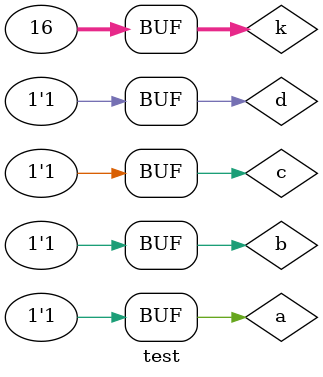
<source format=v>
module combo2 (
    input a, b, c, d,
    output reg o);

    always @ (a or b or c or d) begin
        o <= ~((a & b) | (c ^ d));
    end
endmodule

module test;
    reg a, b, c, d;
    wire o;
    integer k;
   
    combo2 u0 ( .a(a), .b(b), .c(c), .d(d), .o(o));
   
    initial begin
   
        a <= 0;
        b <= 0;
        c <= 0;
        d <= 0;

        $monitor ("a=%0b b=%0b c=%0b d=%0b o=%0b", a, b, c, d, o);
        $dumpfile("comb.vcd");
        $dumpvars(0, test);
   
        for (k = 0; k < 16; k = k + 1) begin
            {a, b, c, d} = k;
            #10;
        end
    end
endmodule
</source>
